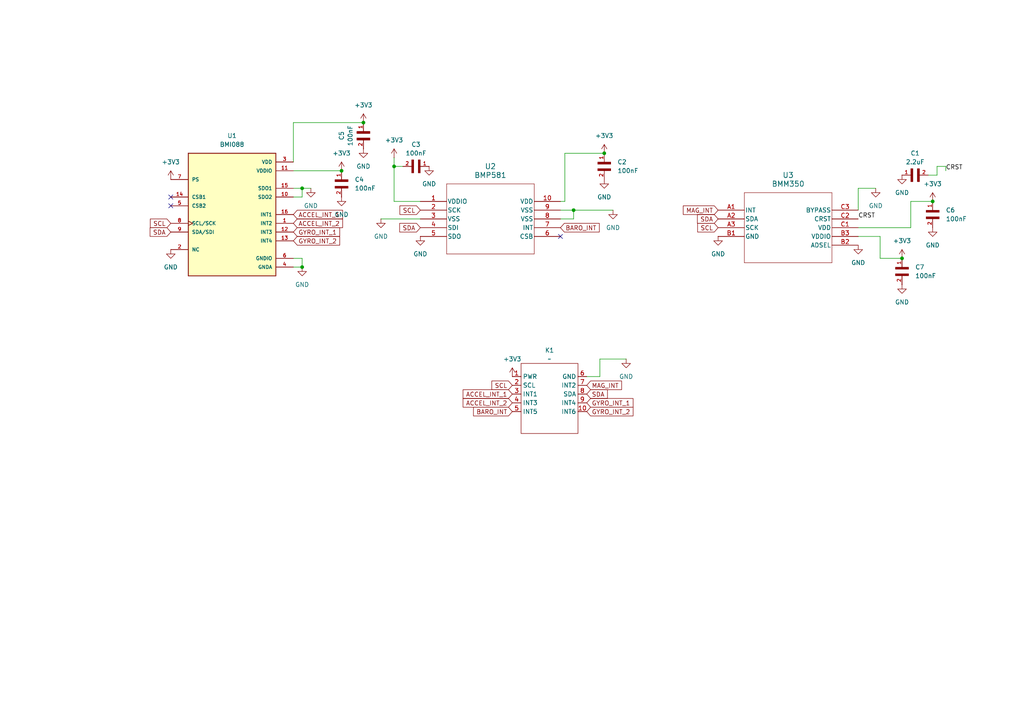
<source format=kicad_sch>
(kicad_sch (version 20231120) (generator "eeschema") (generator_version "8.0")
  (paper "A4")
  (lib_symbols
    (symbol "12PinSymbol:12PinEdgeConnector"
      (property "Reference" "K1" (at 0.635 12.7 0))
      (property "Value" "~" (at 0.635 10.16 0))
      (symbol "12PinEdgeConnector_0_1"
        (rectangle (start -7.62 8.89) (end 8.89 -11.43))
      )
      (symbol "12PinEdgeConnector_1_1"
        (pin input line (at -10.16 5.08 0) (length 2.54) (name "PWR") (number "1"))
        (pin input line (at 11.43 -5.08 180) (length 2.54) (name "INT6") (number "10"))
        (pin input line (at -10.16 2.54 0) (length 2.54) (name "SCL") (number "2"))
        (pin input line (at -10.16 0 0) (length 2.54) (name "INT1") (number "3"))
        (pin input line (at -10.16 -2.54 0) (length 2.54) (name "INT3") (number "4"))
        (pin input line (at -10.16 -5.08 0) (length 2.54) (name "INT5") (number "5"))
        (pin input line (at 11.43 5.08 180) (length 2.54) (name "GND") (number "6"))
        (pin input line (at 11.43 2.54 180) (length 2.54) (name "INT2") (number "7"))
        (pin input line (at 11.43 0 180) (length 2.54) (name "SDA") (number "8"))
        (pin input line (at 11.43 -2.54 180) (length 2.54) (name "INT4") (number "9"))
      )
    )
    (symbol "BMI088:BMI088" (pin_names (offset 1.016))
      (property "Reference" "U" (at -12.7 18.415 0))
      (property "Value" "BMI088" (at -12.7 -20.32 0))
      (symbol "BMI088_0_0"
        (rectangle (start -12.7 -17.78) (end 12.7 17.78) (stroke (width 0.254)) (fill (type background)))
        (pin bidirectional line (at 17.78 -2.54 180) (length 5.08) (name "INT2") (number "1"))
        (pin output line (at 17.78 5.08 180) (length 5.08) (name "SDO2") (number "10"))
        (pin power_in line (at 17.78 12.7 180) (length 5.08) (name "VDDIO") (number "11"))
        (pin bidirectional line (at 17.78 -5.08 180) (length 5.08) (name "INT3") (number "12"))
        (pin bidirectional line (at 17.78 -7.62 180) (length 5.08) (name "INT4") (number "13"))
        (pin input line (at -17.78 5.08 0) (length 5.08) (name "CSB1") (number "14"))
        (pin output line (at 17.78 7.62 180) (length 5.08) (name "SDO1") (number "15"))
        (pin bidirectional line (at 17.78 0 180) (length 5.08) (name "INT1") (number "16"))
        (pin passive line (at -17.78 -10.16 0) (length 5.08) (name "NC") (number "2"))
        (pin power_in line (at 17.78 15.24 180) (length 5.08) (name "VDD") (number "3"))
        (pin power_in line (at 17.78 -15.24 180) (length 5.08) (name "GNDA") (number "4"))
        (pin input line (at -17.78 2.54 0) (length 5.08) (name "CSB2") (number "5"))
        (pin power_in line (at 17.78 -12.7 180) (length 5.08) (name "GNDIO") (number "6"))
        (pin input line (at -17.78 10.16 0) (length 5.08) (name "PS") (number "7"))
        (pin input clock (at -17.78 -2.54 0) (length 5.08) (name "SCL/SCK") (number "8"))
        (pin bidirectional line (at -17.78 -5.08 0) (length 5.08) (name "SDA/SDI") (number "9"))
      )
    )
    (symbol "BMM350:BMM350" (pin_names (offset 0.254))
      (property "Reference" "U" (at 20.32 10.16 0))
      (property "Value" "BMM350" (at 20.32 7.62 0))
      (symbol "BMM350_0_1"
        (polyline (pts (xy 7.62 -15.24) (xy 33.02 -15.24)) (stroke (width 0.127)))
        (polyline (pts (xy 7.62 5.08) (xy 7.62 -15.24)) (stroke (width 0.127)))
        (polyline (pts (xy 33.02 -15.24) (xy 33.02 5.08)) (stroke (width 0.127)))
        (polyline (pts (xy 33.02 5.08) (xy 7.62 5.08)) (stroke (width 0.127)))
        (pin input line (at 0 0 0) (length 7.62) (name "INT") (number "A1"))
        (pin unspecified line (at 0 -2.54 0) (length 7.62) (name "SDA") (number "A2"))
        (pin unspecified line (at 0 -5.08 0) (length 7.62) (name "SCK") (number "A3"))
        (pin power_out line (at 0 -7.62 0) (length 7.62) (name "GND") (number "B1"))
        (pin unspecified line (at 40.64 -10.16 180) (length 7.62) (name "ADSEL") (number "B2"))
        (pin power_in line (at 40.64 -7.62 180) (length 7.62) (name "VDDIO") (number "B3"))
        (pin power_in line (at 40.64 -5.08 180) (length 7.62) (name "VDD") (number "C1"))
        (pin unspecified line (at 40.64 -2.54 180) (length 7.62) (name "CRST") (number "C2"))
        (pin power_out line (at 40.64 0 180) (length 7.62) (name "BYPASS") (number "C3"))
      )
    )
    (symbol "BMP581:BMP581" (pin_names (offset 0.254))
      (property "Reference" "U" (at 20.32 10.16 0))
      (property "Value" "BMP581" (at 20.32 7.62 0))
      (symbol "BMP581_0_1"
        (polyline (pts (xy 7.62 -15.24) (xy 33.02 -15.24)) (stroke (width 0.127)))
        (polyline (pts (xy 7.62 5.08) (xy 7.62 -15.24)) (stroke (width 0.127)))
        (polyline (pts (xy 33.02 -15.24) (xy 33.02 5.08)) (stroke (width 0.127)))
        (polyline (pts (xy 33.02 5.08) (xy 7.62 5.08)) (stroke (width 0.127)))
        (pin power_in line (at 0 0 0) (length 7.62) (name "VDDIO") (number "1"))
        (pin power_in line (at 40.64 0 180) (length 7.62) (name "VDD") (number "10"))
        (pin unspecified line (at 0 -2.54 0) (length 7.62) (name "SCK") (number "2"))
        (pin power_out line (at 0 -5.08 0) (length 7.62) (name "VSS") (number "3"))
        (pin unspecified line (at 0 -7.62 0) (length 7.62) (name "SDI") (number "4"))
        (pin unspecified line (at 0 -10.16 0) (length 7.62) (name "SDO") (number "5"))
        (pin unspecified line (at 40.64 -10.16 180) (length 7.62) (name "CSB") (number "6"))
        (pin input line (at 40.64 -7.62 180) (length 7.62) (name "INT") (number "7"))
        (pin power_out line (at 40.64 -5.08 180) (length 7.62) (name "VSS") (number "8"))
        (pin power_out line (at 40.64 -2.54 180) (length 7.62) (name "VSS") (number "9"))
      )
    )
    (symbol "CGB4B3X7R0J225K055AB:CGB4B3X7R0J225K055AB" (pin_names (offset 1.016))
      (property "Reference" "C" (at 0 3.8109 0))
      (property "Value" "CGB4B3X7R0J225K055AB" (at 0 -5.0885 0))
      (symbol "CGB4B3X7R0J225K055AB_0_0"
        (rectangle (start 0 -1.9069) (end 0.635 1.905) (stroke (width 0.1)) (fill (type outline)))
        (rectangle (start 1.9069 -1.9069) (end 2.54 1.905) (stroke (width 0.1)) (fill (type outline)))
        (pin passive line (at -2.54 0 0) (length 2.54) (name "~") (number "1"))
        (pin passive line (at 5.08 0 180) (length 2.54) (name "~") (number "2"))
      )
    )
    (symbol "CL05B104KP5NNNC:CL05B104KP5NNNC" (pin_names (offset 1.016))
      (property "Reference" "C" (at 0 3.81 0))
      (property "Value" "CL05B104KP5NNNC" (at 0 -5.08 0))
      (symbol "CL05B104KP5NNNC_0_0"
        (rectangle (start 0 -1.905) (end 0.635 1.905) (stroke (width 0.1)) (fill (type outline)))
        (rectangle (start 1.905 -1.905) (end 2.54 1.905) (stroke (width 0.1)) (fill (type outline)))
        (pin passive line (at 5.08 0 180) (length 2.54) (name "~") (number "1"))
        (pin passive line (at -2.54 0 0) (length 2.54) (name "~") (number "2"))
      )
    )
    (symbol "power:+3V3" (power) (pin_numbers hide) (pin_names (offset 0) hide)
      (property "Value" "+3V3" (at 0 3.556 0))
      (symbol "+3V3_0_1"
        (polyline (pts (xy -0.762 1.27) (xy 0 2.54)))
        (polyline (pts (xy 0 0) (xy 0 2.54)))
        (polyline (pts (xy 0 2.54) (xy 0.762 1.27)))
      )
      (symbol "+3V3_1_1"
        (pin power_in line (at 0 0 90) (length 0) (name "~") (number "1"))
      )
    )
    (symbol "power:GND" (power) (pin_numbers hide) (pin_names (offset 0) hide)
      (property "Value" "GND" (at 0 -3.81 0))
      (symbol "GND_0_1"
        (polyline (pts (xy 0 0) (xy 0 -1.27) (xy 1.27 -1.27) (xy 0 -2.54) (xy -1.27 -1.27) (xy 0 -1.27)))
      )
      (symbol "GND_1_1"
        (pin power_in line (at 0 0 270) (length 0) (name "~") (number "1"))
      )
    )
  )
  (junction (at 87.63 54.61))
  (junction (at 114.3 48.26))
  (junction (at 261.62 74.93))
  (junction (at 105.41 35.56))
  (junction (at 87.63 77.47))
  (junction (at 166.37 60.96))
  (junction (at 270.51 58.42))
  (junction (at 99.06 49.53))
  (junction (at 175.26 44.45))
  (no_connect (at 49.53 59.69))
  (no_connect (at 162.56 68.58))
  (no_connect (at 49.53 57.15))
  (wire (pts (xy 114.3 58.42) (xy 121.92 58.42)))
  (wire (pts (xy 87.63 57.15) (xy 87.63 54.61)))
  (wire (pts (xy 271.78 50.8) (xy 269.24 50.8)))
  (wire (pts (xy 255.27 68.58) (xy 255.27 74.93)))
  (wire (pts (xy 114.3 48.26) (xy 114.3 45.72)))
  (wire (pts (xy 116.84 48.26) (xy 114.3 48.26)))
  (wire (pts (xy 85.09 35.56) (xy 105.41 35.56)))
  (wire (pts (xy 85.09 35.56) (xy 85.09 46.99)))
  (wire (pts (xy 248.92 54.61) (xy 254 54.61)))
  (wire (pts (xy 110.49 63.5) (xy 121.92 63.5)))
  (wire (pts (xy 87.63 54.61) (xy 90.17 54.61)))
  (wire (pts (xy 85.09 74.93) (xy 87.63 74.93)))
  (wire (pts (xy 163.83 44.45) (xy 163.83 58.42)))
  (wire (pts (xy 85.09 54.61) (xy 87.63 54.61)))
  (wire (pts (xy 163.83 44.45) (xy 175.26 44.45)))
  (wire (pts (xy 248.92 66.04) (xy 264.16 66.04)))
  (wire (pts (xy 173.99 104.14) (xy 181.61 104.14)))
  (wire (pts (xy 264.16 66.04) (xy 264.16 58.42)))
  (wire (pts (xy 87.63 74.93) (xy 87.63 77.47)))
  (wire (pts (xy 248.92 68.58) (xy 255.27 68.58)))
  (wire (pts (xy 264.16 58.42) (xy 270.51 58.42)))
  (wire (pts (xy 85.09 57.15) (xy 87.63 57.15)))
  (wire (pts (xy 271.78 48.26) (xy 271.78 50.8)))
  (wire (pts (xy 85.09 77.47) (xy 87.63 77.47)))
  (wire (pts (xy 255.27 74.93) (xy 261.62 74.93)))
  (wire (pts (xy 173.99 109.22) (xy 173.99 104.14)))
  (wire (pts (xy 85.09 49.53) (xy 99.06 49.53)))
  (wire (pts (xy 114.3 58.42) (xy 114.3 48.26)))
  (wire (pts (xy 162.56 63.5) (xy 166.37 63.5)))
  (wire (pts (xy 271.78 48.26) (xy 274.32 48.26)))
  (wire (pts (xy 274.32 48.26) (xy 274.32 49.53)))
  (wire (pts (xy 163.83 58.42) (xy 162.56 58.42)))
  (wire (pts (xy 166.37 63.5) (xy 166.37 60.96)))
  (wire (pts (xy 166.37 60.96) (xy 177.8 60.96)))
  (wire (pts (xy 170.18 109.22) (xy 173.99 109.22)))
  (wire (pts (xy 248.92 60.96) (xy 248.92 54.61)))
  (wire (pts (xy 162.56 60.96) (xy 166.37 60.96)))
  (label "CRST" (at 248.92 63.5 0))
  (label "CRST" (at 274.32 49.53 0))
  (global_label "SDA" (shape input) (at 170.18 114.3 0) (property "Intersheetrefs" "${INTERSHEET_REFS}" (effects (hide yes))))
  (global_label "BARO_INT" (shape input) (at 148.59 119.38 180) (property "Intersheetrefs" "${INTERSHEET_REFS}" (effects (hide yes))))
  (global_label "MAG_INT" (shape input) (at 208.28 60.96 180) (property "Intersheetrefs" "${INTERSHEET_REFS}" (effects (hide yes))))
  (global_label "SDA" (shape input) (at 49.53 67.31 180) (property "Intersheetrefs" "${INTERSHEET_REFS}" (effects (hide yes))))
  (global_label "GYRO_INT_2" (shape input) (at 85.09 69.85 0) (property "Intersheetrefs" "${INTERSHEET_REFS}" (effects (hide yes))))
  (global_label "GYRO_INT_1" (shape input) (at 85.09 67.31 0) (property "Intersheetrefs" "${INTERSHEET_REFS}" (effects (hide yes))))
  (global_label "GYRO_INT_2" (shape input) (at 170.18 119.38 0) (property "Intersheetrefs" "${INTERSHEET_REFS}" (effects (hide yes))))
  (global_label "SDA" (shape input) (at 208.28 63.5 180) (property "Intersheetrefs" "${INTERSHEET_REFS}" (effects (hide yes))))
  (global_label "SCL" (shape input) (at 121.92 60.96 180) (property "Intersheetrefs" "${INTERSHEET_REFS}" (effects (hide yes))))
  (global_label "SCL" (shape input) (at 49.53 64.77 180) (property "Intersheetrefs" "${INTERSHEET_REFS}" (effects (hide yes))))
  (global_label "ACCEL_INT_2" (shape input) (at 85.09 64.77 0) (property "Intersheetrefs" "${INTERSHEET_REFS}" (effects (hide yes))))
  (global_label "ACCEL_INT_1" (shape input) (at 85.09 62.23 0) (property "Intersheetrefs" "${INTERSHEET_REFS}" (effects (hide yes))))
  (global_label "SCL" (shape input) (at 208.28 66.04 180) (property "Intersheetrefs" "${INTERSHEET_REFS}" (effects (hide yes))))
  (global_label "SDA" (shape input) (at 121.92 66.04 180) (property "Intersheetrefs" "${INTERSHEET_REFS}" (effects (hide yes))))
  (global_label "ACCEL_INT_1" (shape input) (at 148.59 114.3 180) (property "Intersheetrefs" "${INTERSHEET_REFS}" (effects (hide yes))))
  (global_label "MAG_INT" (shape input) (at 170.18 111.76 0) (property "Intersheetrefs" "${INTERSHEET_REFS}" (effects (hide yes))))
  (global_label "GYRO_INT_1" (shape input) (at 170.18 116.84 0) (property "Intersheetrefs" "${INTERSHEET_REFS}" (effects (hide yes))))
  (global_label "BARO_INT" (shape input) (at 162.56 66.04 0) (property "Intersheetrefs" "${INTERSHEET_REFS}" (effects (hide yes))))
  (global_label "SCL" (shape input) (at 148.59 111.76 180) (property "Intersheetrefs" "${INTERSHEET_REFS}" (effects (hide yes))))
  (global_label "ACCEL_INT_2" (shape input) (at 148.59 116.84 180) (property "Intersheetrefs" "${INTERSHEET_REFS}" (effects (hide yes))))
  (symbol (lib_id "power:+3V3") (at 99.06 49.53 0) (unit 1)
    (property "Reference" "#PWR017" (effects (hide yes)))
    (property "Value" "+3V3" (at 99.06 44.45 0))
    (property "Description" "Power symbol creates a global label with name \"+3V3\"" (effects (hide yes)))
  )
  (symbol (lib_id "power:GND") (at 110.49 63.5 0) (unit 1)
    (property "Reference" "#PWR010" (effects (hide yes)))
    (property "Value" "GND" (at 110.49 68.58 0))
    (property "Description" "Power symbol creates a global label with name \"GND\" , ground" (effects (hide yes)))
  )
  (symbol (lib_id "power:GND") (at 124.46 48.26 0) (unit 1)
    (property "Reference" "#PWR024" (effects (hide yes)))
    (property "Value" "GND" (at 124.46 53.34 0))
    (property "Description" "Power symbol creates a global label with name \"GND\" , ground" (effects (hide yes)))
  )
  (symbol (lib_id "power:GND") (at 49.53 72.39 0) (unit 1)
    (property "Reference" "#PWR04" (effects (hide yes)))
    (property "Value" "GND" (at 49.53 77.47 0))
    (property "Description" "Power symbol creates a global label with name \"GND\" , ground" (effects (hide yes)))
  )
  (symbol (lib_id "power:GND") (at 181.61 104.14 0) (unit 1)
    (property "Reference" "#PWR022" (effects (hide yes)))
    (property "Value" "GND" (at 181.61 109.22 0))
    (property "Description" "Power symbol creates a global label with name \"GND\" , ground" (effects (hide yes)))
  )
  (symbol (lib_id "power:GND") (at 177.8 60.96 0) (unit 1)
    (property "Reference" "#PWR02" (effects (hide yes)))
    (property "Value" "GND" (at 177.8 66.04 0))
    (property "Description" "Power symbol creates a global label with name \"GND\" , ground" (effects (hide yes)))
  )
  (symbol (lib_id "CL05B104KP5NNNC:CL05B104KP5NNNC") (at 105.41 40.64 90) (unit 1)
    (property "Reference" "C5" (at 99.06 39.37 0))
    (property "Value" "100nF" (at 101.6 39.37 0))
    (property "Footprint" "CL05B104KP5NNNC:CAPC1005X55N" (effects (hide yes)))
  )
  (symbol (lib_id "12PinSymbol:12PinEdgeConnector") (at 158.75 114.3 0) (unit 1)
    (property "Reference" "K1" (at 159.385 101.6 0))
    (property "Value" "~" (at 159.385 104.14 0))
    (property "Footprint" "12PinFootprint:12_Pin_Edge_Connector" (effects (hide yes)))
  )
  (symbol (lib_id "power:GND") (at 175.26 52.07 0) (unit 1)
    (property "Reference" "#PWR021" (effects (hide yes)))
    (property "Value" "GND" (at 175.26 57.15 0))
    (property "Description" "Power symbol creates a global label with name \"GND\" , ground" (effects (hide yes)))
  )
  (symbol (lib_id "BMP581:BMP581") (at 121.92 58.42 0) (unit 1)
    (property "Reference" "U2" (at 142.24 48.26 0) (effects (font (size 1.524 1.524))))
    (property "Value" "BMP581" (at 142.24 50.8 0) (effects (font (size 1.524 1.524))))
    (property "Footprint" "QFN10_BMP581_BOS" (effects (hide yes)))
    (property "Datasheet" "BMP581" (effects (hide yes)))
  )
  (symbol (lib_id "BMM350:BMM350") (at 208.28 60.96 0) (unit 1)
    (property "Reference" "U3" (at 228.6 50.8 0) (effects (font (size 1.524 1.524))))
    (property "Value" "BMM350" (at 228.6 53.34 0) (effects (font (size 1.524 1.524))))
    (property "Footprint" "BGA9_BMM350_BOS" (effects (hide yes)))
    (property "Datasheet" "BMM350" (effects (hide yes)))
  )
  (symbol (lib_id "power:GND") (at 261.62 50.8 0) (unit 1)
    (property "Reference" "#PWR018" (effects (hide yes)))
    (property "Value" "GND" (at 261.62 55.88 0))
    (property "Description" "Power symbol creates a global label with name \"GND\" , ground" (effects (hide yes)))
  )
  (symbol (lib_id "power:+3V3") (at 114.3 45.72 0) (unit 1)
    (property "Reference" "#PWR09" (effects (hide yes)))
    (property "Value" "+3V3" (at 114.3 40.64 0))
    (property "Description" "Power symbol creates a global label with name \"+3V3\"" (effects (hide yes)))
  )
  (symbol (lib_id "power:GND") (at 90.17 54.61 0) (unit 1)
    (property "Reference" "#PWR05" (effects (hide yes)))
    (property "Value" "GND" (at 90.17 59.69 0))
    (property "Description" "Power symbol creates a global label with name \"GND\" , ground" (effects (hide yes)))
  )
  (symbol (lib_id "CL05B104KP5NNNC:CL05B104KP5NNNC") (at 261.62 80.01 90) (unit 1)
    (property "Reference" "C7" (at 265.43 77.4699 90) (effects (justify right)))
    (property "Value" "100nF" (at 265.43 80.0099 90) (effects (justify right)))
    (property "Footprint" "CL05B104KP5NNNC:CAPC1005X55N" (effects (hide yes)))
  )
  (symbol (lib_id "CGB4B3X7R0J225K055AB:CGB4B3X7R0J225K055AB") (at 264.16 50.8 0) (unit 1)
    (property "Reference" "C1" (at 265.43 44.45 0))
    (property "Value" "2.2uF" (at 265.43 46.99 0))
    (property "Footprint" "CGB4B3X7R0J225K055AB:CAPC2012X55N" (effects (hide yes)))
    (property "MF" "TDK" (effects (hide yes)))
    (property "Description_1" "\nCap Ceramic 2.2uF 6.3V X7R 10% SMD 0805 125°C Punched Paper T/R\n" (effects (hide yes)))
    (property "Package" "2012 TDK" (effects (hide yes)))
    (property "Price" "None" (effects (hide yes)))
    (property "SnapEDA_Link" "https://www.snapeda.com/parts/CGB4B3X7R0J225K055AB/TDK/view-part/?ref=snap" (effects (hide yes)))
    (property "MP" "CGB4B3X7R0J225K055AB" (effects (hide yes)))
    (property "Purchase-URL" "https://www.snapeda.com/api/url_track_click_mouser/?unipart_id=1859352&manufacturer=TDK&part_name=CGB4B3X7R0J225K055AB&search_term=None" (effects (hide yes)))
    (property "Availability" "In Stock" (effects (hide yes)))
    (property "Check_prices" "https://www.snapeda.com/parts/CGB4B3X7R0J225K055AB/TDK/view-part/?ref=eda" (effects (hide yes)))
  )
  (symbol (lib_id "power:+3V3") (at 49.53 52.07 0) (unit 1)
    (property "Reference" "#PWR07" (effects (hide yes)))
    (property "Value" "+3V3" (at 49.53 46.99 0))
    (property "Description" "Power symbol creates a global label with name \"+3V3\"" (effects (hide yes)))
  )
  (symbol (lib_id "power:GND") (at 270.51 66.04 0) (unit 1)
    (property "Reference" "#PWR019" (effects (hide yes)))
    (property "Value" "GND" (at 270.51 71.12 0))
    (property "Description" "Power symbol creates a global label with name \"GND\" , ground" (effects (hide yes)))
  )
  (symbol (lib_id "CL05B104KP5NNNC:CL05B104KP5NNNC") (at 119.38 48.26 0) (unit 1)
    (property "Reference" "C3" (at 120.65 41.91 0))
    (property "Value" "100nF" (at 120.65 44.45 0))
    (property "Footprint" "CL05B104KP5NNNC:CAPC1005X55N" (effects (hide yes)))
  )
  (symbol (lib_id "power:GND") (at 208.28 68.58 0) (unit 1)
    (property "Reference" "#PWR03" (effects (hide yes)))
    (property "Value" "GND" (at 208.28 73.66 0))
    (property "Description" "Power symbol creates a global label with name \"GND\" , ground" (effects (hide yes)))
  )
  (symbol (lib_id "power:+3V3") (at 105.41 35.56 0) (unit 1)
    (property "Reference" "#PWR06" (effects (hide yes)))
    (property "Value" "+3V3" (at 105.41 30.48 0))
    (property "Description" "Power symbol creates a global label with name \"+3V3\"" (effects (hide yes)))
  )
  (symbol (lib_id "CL05B104KP5NNNC:CL05B104KP5NNNC") (at 99.06 54.61 90) (unit 1)
    (property "Reference" "C4" (at 102.87 52.0699 90) (effects (justify right)))
    (property "Value" "100nF" (at 102.87 54.6099 90) (effects (justify right)))
    (property "Footprint" "CL05B104KP5NNNC:CAPC1005X55N" (effects (hide yes)))
  )
  (symbol (lib_id "power:GND") (at 99.06 57.15 0) (unit 1)
    (property "Reference" "#PWR026" (effects (hide yes)))
    (property "Value" "GND" (at 99.06 62.23 0))
    (property "Description" "Power symbol creates a global label with name \"GND\" , ground" (effects (hide yes)))
  )
  (symbol (lib_id "power:GND") (at 254 54.61 0) (unit 1)
    (property "Reference" "#PWR012" (effects (hide yes)))
    (property "Value" "GND" (at 254 59.69 0))
    (property "Description" "Power symbol creates a global label with name \"GND\" , ground" (effects (hide yes)))
  )
  (symbol (lib_id "BMI088:BMI088") (at 67.31 62.23 0) (unit 1)
    (property "Reference" "U1" (at 67.31 39.37 0))
    (property "Value" "BMI088" (at 67.31 41.91 0))
    (property "Footprint" "BMI088:PQFN50P450X300X100-16N" (effects (hide yes)))
    (property "MF" "Bosch Sensortec" (effects (hide yes)))
    (property "PURCHASE-URL" "https://pricing.snapeda.com/search/part/BMI088/?ref=eda" (effects (hide yes)))
    (property "PACKAGE" "VFLGA-16 Bosch Sensortec" (effects (hide yes)))
    (property "PRICE" "None" (effects (hide yes)))
    (property "MP" "BMI088" (effects (hide yes)))
    (property "AVAILABILITY" "In Stock" (effects (hide yes)))
    (property "DESCRIPTION" "Accelerometer, Gyroscope, 6 Axis Sensor I²C, SPI Output" (effects (hide yes)))
  )
  (symbol (lib_id "power:GND") (at 105.41 43.18 0) (unit 1)
    (property "Reference" "#PWR025" (effects (hide yes)))
    (property "Value" "GND" (at 105.41 48.26 0))
    (property "Description" "Power symbol creates a global label with name \"GND\" , ground" (effects (hide yes)))
  )
  (symbol (lib_id "power:GND") (at 121.92 68.58 0) (unit 1)
    (property "Reference" "#PWR011" (effects (hide yes)))
    (property "Value" "GND" (at 121.92 73.66 0))
    (property "Description" "Power symbol creates a global label with name \"GND\" , ground" (effects (hide yes)))
  )
  (symbol (lib_id "power:+3V3") (at 261.62 74.93 0) (unit 1)
    (property "Reference" "#PWR014" (effects (hide yes)))
    (property "Value" "+3V3" (at 261.62 69.85 0))
    (property "Description" "Power symbol creates a global label with name \"+3V3\"" (effects (hide yes)))
  )
  (symbol (lib_id "CL05B104KP5NNNC:CL05B104KP5NNNC") (at 175.26 49.53 90) (unit 1)
    (property "Reference" "C2" (at 179.07 46.9899 90) (effects (justify right)))
    (property "Value" "100nF" (at 179.07 49.5299 90) (effects (justify right)))
    (property "Footprint" "CL05B104KP5NNNC:CAPC1005X55N" (effects (hide yes)))
  )
  (symbol (lib_id "power:+3V3") (at 270.51 58.42 0) (unit 1)
    (property "Reference" "#PWR016" (effects (hide yes)))
    (property "Value" "+3V3" (at 270.51 53.34 0))
    (property "Description" "Power symbol creates a global label with name \"+3V3\"" (effects (hide yes)))
  )
  (symbol (lib_id "CL05B104KP5NNNC:CL05B104KP5NNNC") (at 270.51 63.5 90) (unit 1)
    (property "Reference" "C6" (at 274.32 60.9599 90) (effects (justify right)))
    (property "Value" "100nF" (at 274.32 63.4999 90) (effects (justify right)))
    (property "Footprint" "CL05B104KP5NNNC:CAPC1005X55N" (effects (hide yes)))
  )
  (symbol (lib_id "power:GND") (at 261.62 82.55 0) (unit 1)
    (property "Reference" "#PWR020" (effects (hide yes)))
    (property "Value" "GND" (at 261.62 87.63 0))
    (property "Description" "Power symbol creates a global label with name \"GND\" , ground" (effects (hide yes)))
  )
  (symbol (lib_id "power:GND") (at 248.92 71.12 0) (unit 1)
    (property "Reference" "#PWR013" (effects (hide yes)))
    (property "Value" "GND" (at 248.92 76.2 0))
    (property "Description" "Power symbol creates a global label with name \"GND\" , ground" (effects (hide yes)))
  )
  (symbol (lib_id "power:+3V3") (at 175.26 44.45 0) (unit 1)
    (property "Reference" "#PWR08" (effects (hide yes)))
    (property "Value" "+3V3" (at 175.26 39.37 0))
    (property "Description" "Power symbol creates a global label with name \"+3V3\"" (effects (hide yes)))
  )
  (symbol (lib_id "power:+3V3") (at 148.59 109.22 0) (unit 1)
    (property "Reference" "#PWR023" (effects (hide yes)))
    (property "Value" "+3V3" (at 148.59 104.14 0))
    (property "Description" "Power symbol creates a global label with name \"+3V3\"" (effects (hide yes)))
  )
  (symbol (lib_id "power:GND") (at 87.63 77.47 0) (unit 1)
    (property "Reference" "#PWR01" (effects (hide yes)))
    (property "Value" "GND" (at 87.63 82.55 0))
    (property "Description" "Power symbol creates a global label with name \"GND\" , ground" (effects (hide yes)))
  )
)
</source>
